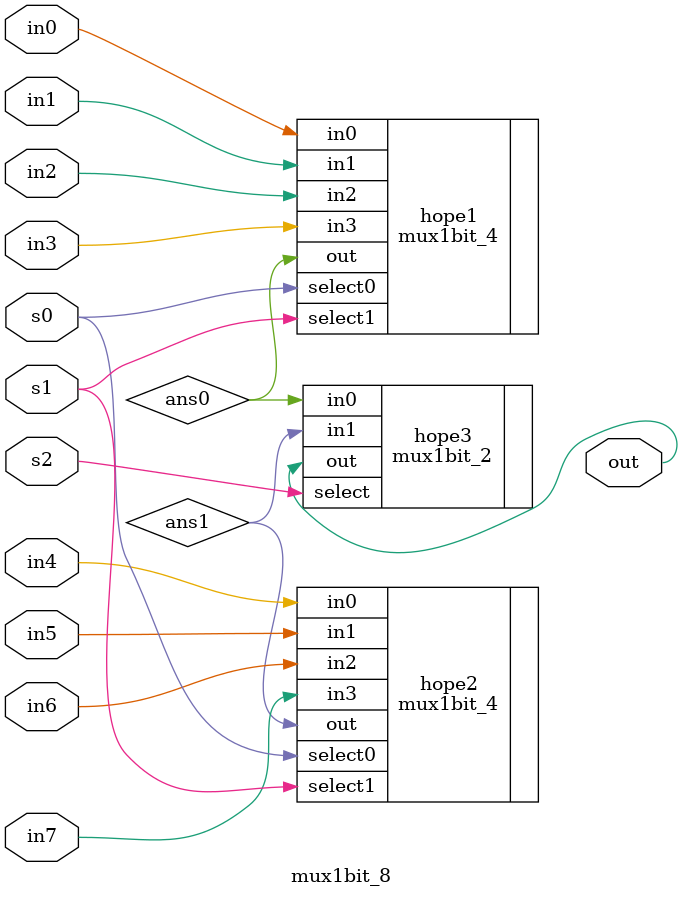
<source format=v>
module mux1bit_8(s0,s1,s2,in0,in1,in2,in3,in4,in5,in6,in7,out);
	input in0,in1,in2,in3,in4,in5,in6,in7;
	input s0,s1,s2;
	wire ans0,ans1;
	output out;
	
	
	
	mux1bit_4 hope1(.select0(s0),.select1(s1),.in0(in0),.in1(in1),.in2(in2),.in3(in3),.out(ans0));
	mux1bit_4 hope2(.select0(s0),.select1(s1),.in0(in4),.in1(in5),.in2(in6),.in3(in7),.out(ans1));
	
	mux1bit_2 hope3(.select(s2),.in0(ans0),.in1(ans1),.out(out));
	
endmodule

</source>
